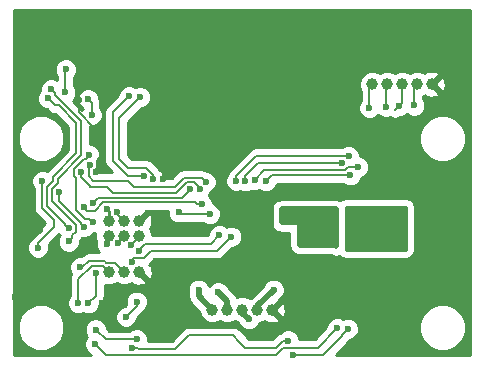
<source format=gbl>
G04 #@! TF.FileFunction,Copper,L2,Bot,Signal*
%FSLAX45Y45*%
G04 Gerber Fmt 4.5, Leading zero omitted, Abs format (unit mm)*
G04 Created by KiCad (PCBNEW 4.0.7-e2-6376~61~ubuntu18.04.1) date Fri May  3 18:21:01 2019*
%MOMM*%
%LPD*%
G01*
G04 APERTURE LIST*
%ADD10C,0.100000*%
%ADD11C,1.000000*%
%ADD12C,0.600000*%
%ADD13C,0.500000*%
%ADD14C,0.200000*%
%ADD15C,0.250000*%
%ADD16C,0.254000*%
G04 APERTURE END LIST*
D10*
D11*
X13876000Y-9230000D03*
X14003000Y-9230000D03*
X14130000Y-9230000D03*
X13873000Y-8923500D03*
X14000000Y-8923500D03*
X14127000Y-8923500D03*
X13873000Y-8796500D03*
X14000000Y-8796500D03*
X14127000Y-8796500D03*
X16611000Y-7640000D03*
X16357000Y-7640000D03*
X16230000Y-7640000D03*
X16103000Y-7640000D03*
X16484000Y-7640000D03*
X14749000Y-9550000D03*
X15003000Y-9550000D03*
X15130000Y-9550000D03*
X15257000Y-9550000D03*
X14876000Y-9550000D03*
D12*
X15220000Y-9740000D03*
X13813838Y-9495155D03*
X14403849Y-9509139D03*
X14630000Y-9210000D03*
X14420000Y-9620000D03*
X16440000Y-8490000D03*
X15590244Y-8151366D03*
X15840000Y-9140000D03*
X15840000Y-9220000D03*
X15520000Y-9500000D03*
X15510000Y-9590000D03*
X16130000Y-9320000D03*
X16220000Y-9230000D03*
X16310000Y-9670000D03*
X15860000Y-9450000D03*
X15950000Y-9450000D03*
X16040000Y-9450000D03*
X16130000Y-9410000D03*
X16220000Y-9410000D03*
X16220000Y-9320000D03*
X16310000Y-9320000D03*
X16310000Y-9410000D03*
X16310000Y-9500000D03*
X16890000Y-7810000D03*
X16587434Y-7795811D03*
X14330000Y-8440000D03*
X13170000Y-8490000D03*
X13290000Y-8870000D03*
X13763397Y-8386037D03*
X16260000Y-7200000D03*
X16130000Y-7200000D03*
X14080000Y-8260000D03*
X14108738Y-8104999D03*
X14620000Y-8850000D03*
X15799999Y-7550000D03*
X13960000Y-7550000D03*
X13080000Y-9440000D03*
X13090000Y-8510000D03*
X13620004Y-7776900D03*
X16310000Y-9230000D03*
X16310000Y-9591250D03*
X16120000Y-9250000D03*
X15610000Y-9230000D03*
X15460000Y-9230000D03*
X15380000Y-9200000D03*
X14990000Y-9210000D03*
X15830000Y-7270000D03*
X15510000Y-9670000D03*
X14635000Y-9380000D03*
X13860000Y-8700005D03*
X15270000Y-9380000D03*
X15400000Y-8770000D03*
X15470000Y-8750000D03*
X15560000Y-8850000D03*
X15650000Y-8850000D03*
X15560000Y-8750000D03*
X15650000Y-8750000D03*
X15740000Y-8750000D03*
X15740000Y-8850000D03*
X15060000Y-9630000D03*
X16240000Y-8840000D03*
X16140000Y-8840000D03*
X16040000Y-8840000D03*
X16040000Y-8730000D03*
X16140000Y-8730000D03*
X16240000Y-8730000D03*
X15940000Y-8840000D03*
X15940000Y-8730000D03*
X16340000Y-8730000D03*
X16340000Y-8840000D03*
X16340000Y-8960000D03*
X16235000Y-8985000D03*
X16080000Y-7840000D03*
X15904261Y-8251659D03*
X14950000Y-8460000D03*
X16220000Y-7833430D03*
X15847905Y-8308440D03*
X15029982Y-8461737D03*
X16460000Y-7820000D03*
X15920000Y-8410000D03*
X15205142Y-8461693D03*
X16327872Y-7827274D03*
X15987192Y-8341031D03*
X15109999Y-8452000D03*
X14249999Y-8440000D03*
X14140000Y-7750000D03*
X13856725Y-8993023D03*
X13949447Y-8987966D03*
X14061714Y-9002186D03*
X13940000Y-8720000D03*
X14800000Y-9400000D03*
X14020000Y-9610000D03*
X14110000Y-9480000D03*
X13763202Y-9716847D03*
X14110000Y-9800000D03*
X13765001Y-9235222D03*
X13700178Y-9494822D03*
X14126941Y-9049235D03*
X14810000Y-8919999D03*
X14069829Y-9144997D03*
X14910000Y-8930000D03*
X13730001Y-7900703D03*
X13710000Y-8240000D03*
X13740000Y-8810000D03*
X13699139Y-7765158D03*
X14172749Y-8419201D03*
X14044770Y-7740375D03*
X14465002Y-8724930D03*
X14730000Y-8740000D03*
X14659942Y-8654209D03*
X13660000Y-8680000D03*
X14562431Y-8530651D03*
X13736322Y-8642259D03*
X14642424Y-8529506D03*
X13642124Y-8386287D03*
X14693352Y-8467809D03*
X13711652Y-8321652D03*
X13309997Y-8460003D03*
X13275502Y-9023062D03*
X13384960Y-7683992D03*
X13534677Y-8971468D03*
X13360000Y-7760000D03*
X13534972Y-8860153D03*
X13509625Y-7515230D03*
X13504961Y-7709695D03*
X13666383Y-8849479D03*
X13451757Y-8548467D03*
X13614960Y-9494233D03*
X14071269Y-9870001D03*
X15392231Y-9809999D03*
X15430000Y-9930000D03*
X15900000Y-9710000D03*
X13760060Y-9841364D03*
X15810000Y-9707500D03*
X13630000Y-9190000D03*
D13*
X13215000Y-8945000D02*
X13180000Y-8980000D01*
X13290000Y-8870000D02*
X13215000Y-8945000D01*
D14*
X13620004Y-7876864D02*
X13750000Y-8006860D01*
X13620004Y-7776900D02*
X13620004Y-7876864D01*
X13750000Y-8006860D02*
X13750000Y-8010000D01*
X14330000Y-8440000D02*
X14330000Y-8397574D01*
X14330000Y-8397574D02*
X14347574Y-8380000D01*
D13*
X13793396Y-8286603D02*
X13820000Y-8260000D01*
X13763397Y-8386037D02*
X13793396Y-8356037D01*
X13793396Y-8356037D02*
X13793396Y-8286603D01*
X14635000Y-9380000D02*
X14635000Y-9436000D01*
X14635000Y-9436000D02*
X14749000Y-9550000D01*
D15*
X13873000Y-8796500D02*
X13873000Y-8713005D01*
X13873000Y-8713005D02*
X13860000Y-8700005D01*
D13*
X15270000Y-9380000D02*
X15130000Y-9520000D01*
X15130000Y-9520000D02*
X15130000Y-9550000D01*
X15490000Y-8810000D02*
X15490000Y-9000000D01*
X15340000Y-8810000D02*
X15460000Y-8810000D01*
X15460000Y-8810000D02*
X15490000Y-8810000D01*
X15340000Y-8700000D02*
X15340000Y-8810000D01*
X15800000Y-8700000D02*
X15340000Y-8700000D01*
X15800000Y-9010000D02*
X15800000Y-8700000D01*
D15*
X15480000Y-9010000D02*
X15800000Y-9010000D01*
X15800000Y-9010000D02*
X15800000Y-8860000D01*
X15800000Y-8860000D02*
X15780000Y-8880000D01*
X15780000Y-8880000D02*
X15770000Y-8880000D01*
X15770000Y-8880000D02*
X15740000Y-8850000D01*
D13*
X15003000Y-9550000D02*
X15003000Y-9573000D01*
X15003000Y-9573000D02*
X15060000Y-9630000D01*
D15*
X16230000Y-9040000D02*
X15880000Y-9040000D01*
X15880000Y-9040000D02*
X15880000Y-8680000D01*
X15880000Y-8680000D02*
X16390000Y-8680000D01*
X16390000Y-8680000D02*
X16390000Y-9040000D01*
X16390000Y-9040000D02*
X16230000Y-9040000D01*
X16205000Y-9015000D02*
X16205000Y-9015000D01*
X16230000Y-9040000D02*
X16205000Y-9015000D01*
X16205000Y-9015000D02*
X16235000Y-8985000D01*
D14*
X16080000Y-7840000D02*
X16080000Y-7663000D01*
X16080000Y-7663000D02*
X16103000Y-7640000D01*
X14950000Y-8460000D02*
X14950000Y-8417574D01*
X14950000Y-8417574D02*
X15119133Y-8248440D01*
X15119133Y-8248440D02*
X15901043Y-8248440D01*
X15901043Y-8248440D02*
X15904261Y-8251659D01*
X16220000Y-7833430D02*
X16220000Y-7650000D01*
X16220000Y-7650000D02*
X16230000Y-7640000D01*
X15029982Y-8461737D02*
X15029982Y-8419310D01*
X15140852Y-8308440D02*
X15805479Y-8308440D01*
X15029982Y-8419310D02*
X15140852Y-8308440D01*
X15805479Y-8308440D02*
X15847905Y-8308440D01*
X16460000Y-7820000D02*
X16460000Y-7664000D01*
X16460000Y-7664000D02*
X16484000Y-7640000D01*
X15920000Y-8410000D02*
X15877573Y-8410000D01*
X15256835Y-8410000D02*
X15205142Y-8461693D01*
X15877573Y-8410000D02*
X15256835Y-8410000D01*
X16357000Y-7798146D02*
X16327872Y-7827274D01*
X16357000Y-7640000D02*
X16357000Y-7798146D01*
X16300000Y-7860000D02*
X16357000Y-7803000D01*
X16357000Y-7803000D02*
X16357000Y-7640000D01*
X15192000Y-8369999D02*
X15871201Y-8369999D01*
X15944765Y-8341031D02*
X15987192Y-8341031D01*
X15109999Y-8452000D02*
X15192000Y-8369999D01*
X15871201Y-8369999D02*
X15900169Y-8341031D01*
X15900169Y-8341031D02*
X15944765Y-8341031D01*
X14249999Y-8440000D02*
X14249999Y-8407574D01*
X14249999Y-8407574D02*
X14192425Y-8350000D01*
X14192425Y-8350000D02*
X14040000Y-8350000D01*
X14040000Y-8350000D02*
X13960000Y-8270000D01*
X13960000Y-8270000D02*
X13960000Y-7930000D01*
X13960000Y-7930000D02*
X14140000Y-7750000D01*
X13856725Y-8939775D02*
X13856725Y-8950597D01*
X13856725Y-8950597D02*
X13856725Y-8993023D01*
X13873000Y-8923500D02*
X13856725Y-8939775D01*
X13949447Y-8987966D02*
X13949447Y-8974053D01*
X13949447Y-8974053D02*
X14000000Y-8923500D01*
X14127000Y-8923500D02*
X14127000Y-8936900D01*
X14127000Y-8936900D02*
X14061714Y-9002186D01*
X13940000Y-8720000D02*
X13940000Y-8736500D01*
X13940000Y-8736500D02*
X14000000Y-8796500D01*
D13*
X14800000Y-9400000D02*
X14876000Y-9476000D01*
X14876000Y-9476000D02*
X14876000Y-9550000D01*
D14*
X14110000Y-9480000D02*
X14110000Y-9520000D01*
X14110000Y-9520000D02*
X14020000Y-9610000D01*
X13860000Y-9800000D02*
X13846355Y-9800000D01*
X13846355Y-9800000D02*
X13763202Y-9716847D01*
X14110000Y-9800000D02*
X13860000Y-9800000D01*
X13765001Y-9277648D02*
X13765001Y-9235222D01*
X13765001Y-9429999D02*
X13765001Y-9277648D01*
X13700178Y-9494822D02*
X13765001Y-9429999D01*
X14126941Y-9049235D02*
X14156941Y-9019235D01*
X14156941Y-9019235D02*
X14156941Y-9015660D01*
X14156941Y-9015660D02*
X14182600Y-8990000D01*
X14182600Y-8990000D02*
X14739999Y-8990000D01*
X14739999Y-8990000D02*
X14810000Y-8919999D01*
X14069829Y-9144997D02*
X14069829Y-9122380D01*
X14069829Y-9122380D02*
X14082973Y-9109235D01*
X14082973Y-9109235D02*
X14170765Y-9109235D01*
X14170765Y-9109235D02*
X14230000Y-9050000D01*
X14230000Y-9050000D02*
X14790000Y-9050000D01*
X14790000Y-9050000D02*
X14910000Y-8930000D01*
X13730001Y-7796020D02*
X13730001Y-7858277D01*
X13699139Y-7765158D02*
X13730001Y-7796020D01*
X13730001Y-7858277D02*
X13730001Y-7900703D01*
X13680000Y-8270000D02*
X13710000Y-8240000D01*
X13600000Y-8433946D02*
X13580661Y-8414607D01*
X13666570Y-8270000D02*
X13680000Y-8270000D01*
X13580661Y-8355909D02*
X13666570Y-8270000D01*
X13600000Y-8707093D02*
X13600000Y-8433946D01*
X13672907Y-8780000D02*
X13600000Y-8707093D01*
X13740000Y-8810000D02*
X13710000Y-8780000D01*
X13710000Y-8780000D02*
X13672907Y-8780000D01*
X13580661Y-8414607D02*
X13580661Y-8355909D01*
X13910000Y-7880000D02*
X13910000Y-8290000D01*
X14044770Y-7740375D02*
X13910000Y-7875146D01*
X13910000Y-7875146D02*
X13910000Y-7880000D01*
X14049201Y-8419201D02*
X14039201Y-8419201D01*
X14039201Y-8419201D02*
X13910000Y-8290000D01*
X14130322Y-8419201D02*
X14172749Y-8419201D01*
X14049201Y-8419201D02*
X14130322Y-8419201D01*
X14014770Y-7770375D02*
X14044770Y-7740375D01*
X14480073Y-8740000D02*
X14465002Y-8724930D01*
X14730000Y-8740000D02*
X14480073Y-8740000D01*
X14617515Y-8654209D02*
X14659942Y-8654209D01*
X13826276Y-8640004D02*
X14603310Y-8640004D01*
X13756280Y-8710000D02*
X13826276Y-8640004D01*
X13660000Y-8680000D02*
X13690000Y-8710000D01*
X13690000Y-8710000D02*
X13756280Y-8710000D01*
X14603310Y-8640004D02*
X14617515Y-8654209D01*
X14532431Y-8560651D02*
X14562431Y-8530651D01*
X14493082Y-8599999D02*
X14532431Y-8560651D01*
X13736322Y-8642259D02*
X13778582Y-8599999D01*
X13778582Y-8599999D02*
X14493082Y-8599999D01*
X14444283Y-8559998D02*
X14533631Y-8470651D01*
X13860000Y-8510000D02*
X13909998Y-8559998D01*
X14533631Y-8470651D02*
X14591231Y-8470651D01*
X13909998Y-8559998D02*
X14444283Y-8559998D01*
X14642424Y-8521844D02*
X14642424Y-8529506D01*
X14591231Y-8470651D02*
X14642424Y-8521844D01*
X13723411Y-8510000D02*
X13642124Y-8428713D01*
X13860000Y-8510000D02*
X13723411Y-8510000D01*
X13642124Y-8428713D02*
X13642124Y-8386287D01*
X13713430Y-8510000D02*
X13860000Y-8510000D01*
X14663352Y-8437809D02*
X14693352Y-8467809D01*
X14656192Y-8430650D02*
X14663352Y-8437809D01*
X13703396Y-8420257D02*
X13743140Y-8460000D01*
X14514557Y-8430650D02*
X14656192Y-8430650D01*
X14040000Y-8460000D02*
X14090000Y-8510000D01*
X13703396Y-8329908D02*
X13703396Y-8420257D01*
X14435206Y-8510000D02*
X14514557Y-8430650D01*
X13711652Y-8321652D02*
X13703396Y-8329908D01*
X13743140Y-8460000D02*
X14040000Y-8460000D01*
X14090000Y-8510000D02*
X14435206Y-8510000D01*
X13407292Y-8848846D02*
X13410000Y-8848846D01*
X13275502Y-9023062D02*
X13275502Y-8980636D01*
X13275502Y-8980636D02*
X13407292Y-8848846D01*
X13309997Y-8689997D02*
X13309997Y-8460003D01*
X13410000Y-8790000D02*
X13309997Y-8689997D01*
X13410000Y-8848846D02*
X13410000Y-8790000D01*
X13414960Y-7713992D02*
X13384960Y-7683992D01*
X13594972Y-8832613D02*
X13389999Y-8627640D01*
X13389999Y-8627640D02*
X13389999Y-8525372D01*
X13440001Y-8439999D02*
X13640000Y-8240000D01*
X13414960Y-7728390D02*
X13414960Y-7713992D01*
X13640000Y-7953430D02*
X13414960Y-7728390D01*
X13640000Y-8240000D02*
X13640000Y-7953430D01*
X13440001Y-8475369D02*
X13440001Y-8439999D01*
X13389999Y-8525372D02*
X13440001Y-8475369D01*
X13564677Y-8919248D02*
X13594972Y-8888954D01*
X13594972Y-8888954D02*
X13594972Y-8832613D01*
X13564677Y-8941468D02*
X13564677Y-8919248D01*
X13534677Y-8971468D02*
X13564677Y-8941468D01*
X13594972Y-8832613D02*
X13594972Y-8832613D01*
X13360000Y-7760000D02*
X13420000Y-7820000D01*
X13400000Y-8458800D02*
X13349998Y-8508803D01*
X13349998Y-8508803D02*
X13349998Y-8668686D01*
X13599999Y-7970001D02*
X13599999Y-8223431D01*
X13504972Y-8830154D02*
X13534972Y-8860153D01*
X13504972Y-8823660D02*
X13504972Y-8830154D01*
X13599999Y-8223431D02*
X13400000Y-8423430D01*
X13400000Y-8423430D02*
X13400000Y-8458800D01*
X13349998Y-8668686D02*
X13504972Y-8823660D01*
X13420000Y-7820000D02*
X13449998Y-7820000D01*
X13449998Y-7820000D02*
X13599999Y-7970001D01*
X13504961Y-7709695D02*
X13504961Y-7519893D01*
X13504961Y-7519893D02*
X13509625Y-7515230D01*
X13636383Y-8817454D02*
X13451757Y-8632829D01*
X13666383Y-8849479D02*
X13636383Y-8819479D01*
X13636383Y-8819479D02*
X13636383Y-8817454D01*
X13451757Y-8632829D02*
X13451757Y-8590894D01*
X13451757Y-8590894D02*
X13451757Y-8548467D01*
X13876000Y-9230000D02*
X13821222Y-9175222D01*
X13614960Y-9451807D02*
X13614960Y-9494233D01*
X13731567Y-9175222D02*
X13614960Y-9291829D01*
X13614960Y-9291829D02*
X13614960Y-9451807D01*
X13821222Y-9175222D02*
X13731567Y-9175222D01*
X15392231Y-9809999D02*
X15349805Y-9809999D01*
X14113696Y-9870001D02*
X14071269Y-9870001D01*
X14127792Y-9884097D02*
X14113696Y-9870001D01*
X14435903Y-9884097D02*
X14127792Y-9884097D01*
X15030000Y-9870000D02*
X14980000Y-9820000D01*
X14926000Y-9765000D02*
X14555000Y-9765000D01*
X14555000Y-9765000D02*
X14435903Y-9884097D01*
X14980000Y-9820000D02*
X14980000Y-9819000D01*
X15289803Y-9870000D02*
X15030000Y-9870000D01*
X15349805Y-9809999D02*
X15289803Y-9870000D01*
X14980000Y-9819000D02*
X14926000Y-9765000D01*
X15430000Y-9930000D02*
X15688996Y-9930000D01*
X15688996Y-9930000D02*
X15850001Y-9768995D01*
X15850001Y-9759999D02*
X15900000Y-9710000D01*
X15850001Y-9768995D02*
X15850001Y-9759999D01*
X15350000Y-9870000D02*
X15647500Y-9870000D01*
X15647500Y-9870000D02*
X15810000Y-9707500D01*
X14100070Y-9930000D02*
X15290000Y-9930000D01*
X15290000Y-9930000D02*
X15350000Y-9870000D01*
X14100069Y-9930001D02*
X14100070Y-9930000D01*
X13848697Y-9930001D02*
X14100069Y-9930001D01*
X13760060Y-9841364D02*
X13848697Y-9930001D01*
X13650000Y-9190000D02*
X13630000Y-9190000D01*
X14003000Y-9230000D02*
X13923000Y-9150000D01*
X13923000Y-9150000D02*
X13852570Y-9150000D01*
X13852570Y-9150000D02*
X13837589Y-9135019D01*
X13837589Y-9135019D02*
X13704981Y-9135019D01*
X13704981Y-9135019D02*
X13650000Y-9190000D01*
D15*
X14003000Y-9230000D02*
X14008431Y-9230000D01*
D16*
G36*
X16929000Y-9929000D02*
X15793941Y-9929000D01*
X15901973Y-9820968D01*
X15913637Y-9803512D01*
X15918517Y-9803516D01*
X15952894Y-9789312D01*
X15979219Y-9763033D01*
X15989069Y-9739311D01*
X16501466Y-9739311D01*
X16531622Y-9812294D01*
X16587412Y-9868182D01*
X16660343Y-9898465D01*
X16739311Y-9898534D01*
X16812294Y-9868378D01*
X16868182Y-9812588D01*
X16898465Y-9739657D01*
X16898534Y-9660689D01*
X16868378Y-9587706D01*
X16812588Y-9531818D01*
X16739657Y-9501535D01*
X16660689Y-9501466D01*
X16587706Y-9531622D01*
X16531818Y-9587412D01*
X16501535Y-9660343D01*
X16501466Y-9739311D01*
X15989069Y-9739311D01*
X15993484Y-9728680D01*
X15993516Y-9691483D01*
X15979312Y-9657106D01*
X15953033Y-9630781D01*
X15918680Y-9616516D01*
X15881483Y-9616484D01*
X15857995Y-9626189D01*
X15828680Y-9614016D01*
X15791483Y-9613984D01*
X15757106Y-9628188D01*
X15730781Y-9654467D01*
X15716516Y-9688820D01*
X15716509Y-9697046D01*
X15617056Y-9796500D01*
X15485743Y-9796500D01*
X15485747Y-9791482D01*
X15471543Y-9757105D01*
X15445264Y-9730780D01*
X15410911Y-9716515D01*
X15373714Y-9716483D01*
X15339337Y-9730687D01*
X15329461Y-9740545D01*
X15321677Y-9742094D01*
X15297832Y-9758027D01*
X15259359Y-9796500D01*
X15060445Y-9796500D01*
X15033987Y-9770042D01*
X15031972Y-9767028D01*
X14977972Y-9713028D01*
X14954127Y-9697095D01*
X14926000Y-9691500D01*
X14555000Y-9691500D01*
X14526873Y-9697095D01*
X14503028Y-9713028D01*
X14405459Y-9810597D01*
X14203491Y-9810597D01*
X14203516Y-9781483D01*
X14189312Y-9747106D01*
X14163033Y-9720781D01*
X14128680Y-9706516D01*
X14091483Y-9706484D01*
X14057106Y-9720688D01*
X14051284Y-9726500D01*
X13876799Y-9726500D01*
X13856711Y-9706411D01*
X13856718Y-9698330D01*
X13842513Y-9663953D01*
X13816234Y-9637628D01*
X13794293Y-9628517D01*
X13926484Y-9628517D01*
X13940688Y-9662894D01*
X13966967Y-9689219D01*
X14001320Y-9703484D01*
X14038517Y-9703516D01*
X14072894Y-9689312D01*
X14099219Y-9663033D01*
X14113484Y-9628680D01*
X14113491Y-9620454D01*
X14161972Y-9571972D01*
X14177905Y-9548127D01*
X14178287Y-9546206D01*
X14178848Y-9543386D01*
X14189219Y-9533033D01*
X14203484Y-9498680D01*
X14203516Y-9461483D01*
X14189312Y-9427106D01*
X14163033Y-9400781D01*
X14157580Y-9398517D01*
X14541484Y-9398517D01*
X14546500Y-9410657D01*
X14546500Y-9436000D01*
X14546500Y-9436000D01*
X14551787Y-9462579D01*
X14553237Y-9469868D01*
X14569911Y-9494822D01*
X14572421Y-9498579D01*
X14635490Y-9561648D01*
X14635480Y-9572478D01*
X14652723Y-9614209D01*
X14684623Y-9646165D01*
X14726324Y-9663480D01*
X14771477Y-9663520D01*
X14812549Y-9646549D01*
X14853324Y-9663480D01*
X14898477Y-9663520D01*
X14939549Y-9646549D01*
X14959800Y-9654958D01*
X14975725Y-9670884D01*
X14980688Y-9682894D01*
X15006967Y-9709219D01*
X15041320Y-9723484D01*
X15078517Y-9723516D01*
X15112894Y-9709312D01*
X15139219Y-9683033D01*
X15147324Y-9663515D01*
X15152477Y-9663520D01*
X15194209Y-9646277D01*
X15198237Y-9642255D01*
X15199665Y-9650522D01*
X15242497Y-9664811D01*
X15287537Y-9661622D01*
X15314335Y-9650522D01*
X15318050Y-9629010D01*
X15257000Y-9567961D01*
X15255586Y-9569375D01*
X15243494Y-9557283D01*
X15243500Y-9550000D01*
X15274960Y-9550000D01*
X15336010Y-9611050D01*
X15357522Y-9607335D01*
X15371811Y-9564503D01*
X15368622Y-9519463D01*
X15357522Y-9492665D01*
X15336010Y-9488950D01*
X15274960Y-9550000D01*
X15243500Y-9550000D01*
X15243506Y-9542705D01*
X15255586Y-9530625D01*
X15257000Y-9532040D01*
X15318050Y-9470990D01*
X15316490Y-9461958D01*
X15322894Y-9459312D01*
X15349219Y-9433033D01*
X15363484Y-9398680D01*
X15363516Y-9361483D01*
X15349312Y-9327106D01*
X15323033Y-9300781D01*
X15288680Y-9286516D01*
X15251483Y-9286484D01*
X15217106Y-9300688D01*
X15190781Y-9326967D01*
X15185743Y-9339099D01*
X15074870Y-9449972D01*
X15066450Y-9453451D01*
X15025676Y-9436520D01*
X14980522Y-9436480D01*
X14958453Y-9445599D01*
X14957763Y-9442133D01*
X14938579Y-9413421D01*
X14938579Y-9413421D01*
X14884274Y-9359117D01*
X14879312Y-9347106D01*
X14853033Y-9320781D01*
X14818680Y-9306516D01*
X14781483Y-9306484D01*
X14747106Y-9320688D01*
X14722011Y-9345739D01*
X14714312Y-9327106D01*
X14688033Y-9300781D01*
X14653680Y-9286516D01*
X14616483Y-9286484D01*
X14582106Y-9300688D01*
X14555781Y-9326967D01*
X14541516Y-9361320D01*
X14541484Y-9398517D01*
X14157580Y-9398517D01*
X14128680Y-9386516D01*
X14091483Y-9386484D01*
X14057106Y-9400688D01*
X14030781Y-9426967D01*
X14016516Y-9461320D01*
X14016484Y-9498517D01*
X14019716Y-9506339D01*
X14009564Y-9516491D01*
X14001483Y-9516484D01*
X13967106Y-9530688D01*
X13940781Y-9556967D01*
X13926516Y-9591320D01*
X13926484Y-9628517D01*
X13794293Y-9628517D01*
X13781881Y-9623363D01*
X13744685Y-9623331D01*
X13710307Y-9637535D01*
X13683982Y-9663814D01*
X13669718Y-9698167D01*
X13669685Y-9735364D01*
X13683890Y-9769741D01*
X13691663Y-9777528D01*
X13680841Y-9788332D01*
X13666576Y-9822684D01*
X13666544Y-9859881D01*
X13680748Y-9894259D01*
X13707027Y-9920584D01*
X13727296Y-9929000D01*
X13071000Y-9929000D01*
X13071000Y-9739311D01*
X13101466Y-9739311D01*
X13131622Y-9812294D01*
X13187412Y-9868182D01*
X13260343Y-9898465D01*
X13339311Y-9898534D01*
X13412294Y-9868378D01*
X13468182Y-9812588D01*
X13498465Y-9739657D01*
X13498534Y-9660689D01*
X13468378Y-9587706D01*
X13412588Y-9531818D01*
X13339657Y-9501535D01*
X13260689Y-9501466D01*
X13187706Y-9531622D01*
X13131818Y-9587412D01*
X13101535Y-9660343D01*
X13101466Y-9739311D01*
X13071000Y-9739311D01*
X13071000Y-9041579D01*
X13181986Y-9041579D01*
X13196190Y-9075957D01*
X13222469Y-9102281D01*
X13256822Y-9116546D01*
X13294019Y-9116578D01*
X13328396Y-9102374D01*
X13354721Y-9076095D01*
X13368986Y-9041742D01*
X13369018Y-9004546D01*
X13365076Y-8995006D01*
X13453138Y-8906944D01*
X13455660Y-8913048D01*
X13458253Y-8915645D01*
X13455458Y-8918435D01*
X13441194Y-8952788D01*
X13441161Y-8989984D01*
X13455366Y-9024362D01*
X13481645Y-9050687D01*
X13515998Y-9064952D01*
X13553194Y-9064984D01*
X13587572Y-9050779D01*
X13613897Y-9024500D01*
X13628161Y-8990148D01*
X13628173Y-8976194D01*
X13632582Y-8969595D01*
X13636135Y-8951735D01*
X13645727Y-8942143D01*
X13647703Y-8942963D01*
X13684899Y-8942995D01*
X13719277Y-8928791D01*
X13744608Y-8903504D01*
X13758517Y-8903516D01*
X13759518Y-8903103D01*
X13759480Y-8945978D01*
X13767231Y-8964735D01*
X13763241Y-8974343D01*
X13763208Y-9011540D01*
X13777413Y-9045917D01*
X13792988Y-9061519D01*
X13704981Y-9061519D01*
X13676854Y-9067114D01*
X13653008Y-9083047D01*
X13639547Y-9096508D01*
X13611483Y-9096484D01*
X13577106Y-9110688D01*
X13550781Y-9136967D01*
X13536516Y-9171320D01*
X13536484Y-9208517D01*
X13550688Y-9242894D01*
X13556840Y-9249057D01*
X13547055Y-9263702D01*
X13541460Y-9291829D01*
X13541460Y-9435492D01*
X13535741Y-9441201D01*
X13521477Y-9475554D01*
X13521444Y-9512750D01*
X13535649Y-9547128D01*
X13561928Y-9573453D01*
X13596280Y-9587717D01*
X13633477Y-9587750D01*
X13656876Y-9578082D01*
X13681498Y-9588306D01*
X13718695Y-9588338D01*
X13753073Y-9574134D01*
X13779397Y-9547855D01*
X13793662Y-9513502D01*
X13793669Y-9505276D01*
X13816973Y-9481972D01*
X13832906Y-9458127D01*
X13834626Y-9449478D01*
X13838501Y-9429999D01*
X13838501Y-9337325D01*
X13853324Y-9343480D01*
X13898477Y-9343520D01*
X13939549Y-9326549D01*
X13980324Y-9343480D01*
X14025477Y-9343520D01*
X14067209Y-9326277D01*
X14071237Y-9322255D01*
X14072665Y-9330522D01*
X14115497Y-9344811D01*
X14160537Y-9341622D01*
X14187335Y-9330522D01*
X14191050Y-9309010D01*
X14130000Y-9247961D01*
X14128586Y-9249375D01*
X14116494Y-9237283D01*
X14116503Y-9226879D01*
X14122723Y-9224309D01*
X14133920Y-9213131D01*
X14149375Y-9228586D01*
X14147960Y-9230000D01*
X14209010Y-9291050D01*
X14230522Y-9287335D01*
X14244811Y-9244503D01*
X14241622Y-9199463D01*
X14230522Y-9172665D01*
X14210710Y-9169244D01*
X14219835Y-9163146D01*
X14222737Y-9161208D01*
X14260445Y-9123500D01*
X14790000Y-9123500D01*
X14818127Y-9117905D01*
X14841972Y-9101972D01*
X14920435Y-9023509D01*
X14928517Y-9023516D01*
X14962894Y-9009312D01*
X14989219Y-8983033D01*
X15003484Y-8948680D01*
X15003516Y-8911483D01*
X14989312Y-8877106D01*
X14963033Y-8850781D01*
X14928680Y-8836516D01*
X14891483Y-8836484D01*
X14868305Y-8846061D01*
X14863033Y-8840780D01*
X14828680Y-8826515D01*
X14791483Y-8826483D01*
X14757106Y-8840687D01*
X14730781Y-8866966D01*
X14716516Y-8901319D01*
X14716509Y-8909545D01*
X14709554Y-8916500D01*
X14240506Y-8916500D01*
X14240520Y-8901023D01*
X14223277Y-8859291D01*
X14219255Y-8855263D01*
X14227522Y-8853835D01*
X14241811Y-8811003D01*
X14238622Y-8765963D01*
X14227522Y-8739165D01*
X14206010Y-8735450D01*
X14144960Y-8796500D01*
X14146375Y-8797914D01*
X14134283Y-8810006D01*
X14119704Y-8809994D01*
X14113494Y-8803783D01*
X14113506Y-8789205D01*
X14125586Y-8777125D01*
X14127000Y-8778540D01*
X14188050Y-8717490D01*
X14187362Y-8713504D01*
X14371512Y-8713504D01*
X14371486Y-8743446D01*
X14385690Y-8777824D01*
X14411969Y-8804149D01*
X14446322Y-8818413D01*
X14483519Y-8818446D01*
X14495489Y-8813500D01*
X14671258Y-8813500D01*
X14676967Y-8819219D01*
X14711320Y-8833484D01*
X14748517Y-8833516D01*
X14782894Y-8819312D01*
X14809219Y-8793033D01*
X14823484Y-8758680D01*
X14823516Y-8721483D01*
X14814640Y-8700000D01*
X15251500Y-8700000D01*
X15251500Y-8810000D01*
X15258237Y-8843868D01*
X15259451Y-8845686D01*
X15260843Y-8853080D01*
X15274483Y-8874277D01*
X15295295Y-8888497D01*
X15303831Y-8890226D01*
X15306132Y-8891763D01*
X15340000Y-8898500D01*
X15401500Y-8898500D01*
X15401500Y-9000000D01*
X15408237Y-9033868D01*
X15408964Y-9034956D01*
X15409785Y-9039084D01*
X15426260Y-9063740D01*
X15450916Y-9080215D01*
X15455044Y-9081036D01*
X15456132Y-9081763D01*
X15490000Y-9088500D01*
X15502568Y-9086000D01*
X15757507Y-9086000D01*
X15766132Y-9091763D01*
X15800000Y-9098500D01*
X15824114Y-9093703D01*
X15824483Y-9094277D01*
X15845295Y-9108497D01*
X15849672Y-9109384D01*
X15850916Y-9110215D01*
X15880000Y-9116000D01*
X16390000Y-9116000D01*
X16419084Y-9110215D01*
X16419721Y-9109789D01*
X16423079Y-9109157D01*
X16444277Y-9095517D01*
X16458497Y-9074705D01*
X16459383Y-9070328D01*
X16460215Y-9069084D01*
X16466000Y-9040000D01*
X16466000Y-8680000D01*
X16460215Y-8650916D01*
X16459789Y-8650279D01*
X16459157Y-8646921D01*
X16445517Y-8625723D01*
X16424705Y-8611503D01*
X16420328Y-8610617D01*
X16419084Y-8609785D01*
X16390000Y-8604000D01*
X15880000Y-8604000D01*
X15850916Y-8609785D01*
X15850279Y-8610211D01*
X15846920Y-8610843D01*
X15834634Y-8618749D01*
X15833867Y-8618237D01*
X15800000Y-8611500D01*
X15340000Y-8611500D01*
X15306132Y-8618237D01*
X15304314Y-8619451D01*
X15296920Y-8620843D01*
X15275723Y-8634483D01*
X15261503Y-8655295D01*
X15259774Y-8663831D01*
X15258237Y-8666133D01*
X15251500Y-8700000D01*
X14814640Y-8700000D01*
X14809312Y-8687106D01*
X14783033Y-8660781D01*
X14753447Y-8648496D01*
X14753458Y-8635693D01*
X14739253Y-8601315D01*
X14721075Y-8583105D01*
X14721643Y-8582539D01*
X14734300Y-8552057D01*
X14746246Y-8547121D01*
X14772571Y-8520842D01*
X14786836Y-8486489D01*
X14786843Y-8478517D01*
X14856484Y-8478517D01*
X14870688Y-8512894D01*
X14896967Y-8539219D01*
X14931320Y-8553484D01*
X14968517Y-8553516D01*
X14987905Y-8545505D01*
X15011302Y-8555220D01*
X15048499Y-8555253D01*
X15081754Y-8541512D01*
X15091319Y-8545484D01*
X15128515Y-8545516D01*
X15148474Y-8537270D01*
X15152110Y-8540912D01*
X15186462Y-8555176D01*
X15223659Y-8555209D01*
X15258037Y-8541004D01*
X15284362Y-8514725D01*
X15297327Y-8483500D01*
X15861258Y-8483500D01*
X15866967Y-8489219D01*
X15901320Y-8503484D01*
X15938517Y-8503516D01*
X15972894Y-8489312D01*
X15999219Y-8463033D01*
X16012153Y-8431884D01*
X16040086Y-8420343D01*
X16066411Y-8394064D01*
X16080675Y-8359711D01*
X16080708Y-8322514D01*
X16066503Y-8288136D01*
X16040224Y-8261812D01*
X16005871Y-8247547D01*
X15997765Y-8247540D01*
X15997777Y-8233142D01*
X15983573Y-8198764D01*
X15957294Y-8172439D01*
X15922941Y-8158175D01*
X15885744Y-8158142D01*
X15851367Y-8172347D01*
X15848769Y-8174940D01*
X15119133Y-8174940D01*
X15091006Y-8180535D01*
X15067161Y-8196468D01*
X14898028Y-8365601D01*
X14882095Y-8389446D01*
X14880549Y-8397216D01*
X14870781Y-8406967D01*
X14856516Y-8441320D01*
X14856484Y-8478517D01*
X14786843Y-8478517D01*
X14786868Y-8449293D01*
X14772664Y-8414915D01*
X14746385Y-8388590D01*
X14712032Y-8374325D01*
X14701638Y-8374316D01*
X14684319Y-8362744D01*
X14683765Y-8362634D01*
X14656192Y-8357149D01*
X14514557Y-8357149D01*
X14486429Y-8362744D01*
X14462584Y-8378677D01*
X14404762Y-8436500D01*
X14343502Y-8436500D01*
X14343515Y-8421483D01*
X14329310Y-8387106D01*
X14310291Y-8368053D01*
X14301971Y-8355601D01*
X14244397Y-8298028D01*
X14220552Y-8282095D01*
X14192425Y-8276500D01*
X14070445Y-8276500D01*
X14033500Y-8239555D01*
X14033500Y-8139311D01*
X16501466Y-8139311D01*
X16531622Y-8212294D01*
X16587412Y-8268182D01*
X16660343Y-8298465D01*
X16739311Y-8298534D01*
X16812294Y-8268378D01*
X16868182Y-8212588D01*
X16898465Y-8139657D01*
X16898534Y-8060689D01*
X16868378Y-7987706D01*
X16812588Y-7931818D01*
X16739657Y-7901535D01*
X16660689Y-7901466D01*
X16587706Y-7931622D01*
X16531818Y-7987412D01*
X16501535Y-8060343D01*
X16501466Y-8139311D01*
X14033500Y-8139311D01*
X14033500Y-7960445D01*
X14135428Y-7858517D01*
X15986484Y-7858517D01*
X16000688Y-7892894D01*
X16026967Y-7919219D01*
X16061320Y-7933484D01*
X16098517Y-7933516D01*
X16132894Y-7919312D01*
X16153292Y-7898950D01*
X16166967Y-7912649D01*
X16201320Y-7926914D01*
X16238517Y-7926946D01*
X16258241Y-7918796D01*
X16271873Y-7927905D01*
X16300000Y-7933500D01*
X16328127Y-7927905D01*
X16338786Y-7920783D01*
X16346388Y-7920790D01*
X16380766Y-7906585D01*
X16397573Y-7889808D01*
X16406967Y-7899219D01*
X16441320Y-7913484D01*
X16478517Y-7913516D01*
X16512894Y-7899312D01*
X16539219Y-7873033D01*
X16553484Y-7838680D01*
X16553516Y-7801483D01*
X16539312Y-7767106D01*
X16533500Y-7761284D01*
X16533500Y-7742354D01*
X16548209Y-7736277D01*
X16552237Y-7732255D01*
X16553665Y-7740522D01*
X16596497Y-7754811D01*
X16641537Y-7751622D01*
X16668335Y-7740522D01*
X16672050Y-7719010D01*
X16611000Y-7657960D01*
X16609586Y-7659375D01*
X16597494Y-7647283D01*
X16597500Y-7640000D01*
X16628960Y-7640000D01*
X16690010Y-7701050D01*
X16711522Y-7697335D01*
X16725811Y-7654503D01*
X16722622Y-7609462D01*
X16711522Y-7582665D01*
X16690010Y-7578950D01*
X16628960Y-7640000D01*
X16597500Y-7640000D01*
X16597506Y-7632704D01*
X16609586Y-7620625D01*
X16611000Y-7622039D01*
X16672050Y-7560990D01*
X16668335Y-7539478D01*
X16625503Y-7525189D01*
X16580462Y-7528378D01*
X16553665Y-7539478D01*
X16552243Y-7547709D01*
X16548376Y-7543835D01*
X16506676Y-7526520D01*
X16461522Y-7526480D01*
X16420450Y-7543451D01*
X16379676Y-7526520D01*
X16334522Y-7526480D01*
X16293450Y-7543451D01*
X16252676Y-7526520D01*
X16207522Y-7526480D01*
X16166450Y-7543451D01*
X16125676Y-7526520D01*
X16080522Y-7526480D01*
X16038791Y-7543723D01*
X16006835Y-7575623D01*
X15989520Y-7617324D01*
X15989480Y-7662477D01*
X16006500Y-7703668D01*
X16006500Y-7781258D01*
X16000781Y-7786967D01*
X15986516Y-7821320D01*
X15986484Y-7858517D01*
X14135428Y-7858517D01*
X14150435Y-7843509D01*
X14158517Y-7843516D01*
X14192894Y-7829312D01*
X14219219Y-7803033D01*
X14233484Y-7768680D01*
X14233516Y-7731483D01*
X14219312Y-7697106D01*
X14193033Y-7670781D01*
X14158680Y-7656516D01*
X14121483Y-7656484D01*
X14101416Y-7664775D01*
X14097803Y-7661156D01*
X14063450Y-7646891D01*
X14026254Y-7646859D01*
X13991876Y-7661064D01*
X13965551Y-7687343D01*
X13951287Y-7721695D01*
X13951279Y-7729922D01*
X13858028Y-7823173D01*
X13842095Y-7847018D01*
X13836500Y-7875146D01*
X13836500Y-8290000D01*
X13842075Y-8318026D01*
X13842095Y-8318127D01*
X13858028Y-8341972D01*
X13902555Y-8386500D01*
X13779035Y-8386500D01*
X13790871Y-8374685D01*
X13805136Y-8340332D01*
X13805168Y-8303135D01*
X13795121Y-8278819D01*
X13803484Y-8258680D01*
X13803516Y-8221483D01*
X13789312Y-8187106D01*
X13763033Y-8160781D01*
X13728680Y-8146516D01*
X13713500Y-8146503D01*
X13713500Y-7994189D01*
X13748518Y-7994219D01*
X13782895Y-7980015D01*
X13809220Y-7953736D01*
X13823485Y-7919383D01*
X13823517Y-7882186D01*
X13809313Y-7847809D01*
X13803501Y-7841987D01*
X13803501Y-7796020D01*
X13797906Y-7767893D01*
X13794454Y-7762727D01*
X13792644Y-7760017D01*
X13792655Y-7746642D01*
X13778451Y-7712264D01*
X13752172Y-7685939D01*
X13717819Y-7671675D01*
X13680622Y-7671642D01*
X13646245Y-7685847D01*
X13619920Y-7712126D01*
X13605655Y-7746479D01*
X13605623Y-7783675D01*
X13619827Y-7818053D01*
X13646106Y-7844378D01*
X13651738Y-7846716D01*
X13650782Y-7847670D01*
X13647086Y-7856571D01*
X13568698Y-7778183D01*
X13584180Y-7762727D01*
X13598445Y-7728374D01*
X13598477Y-7691178D01*
X13584273Y-7656800D01*
X13578461Y-7650978D01*
X13578461Y-7578627D01*
X13588844Y-7568262D01*
X13603108Y-7533909D01*
X13603141Y-7496713D01*
X13588936Y-7462335D01*
X13562657Y-7436010D01*
X13528305Y-7421746D01*
X13491108Y-7421713D01*
X13456730Y-7435918D01*
X13430405Y-7462197D01*
X13416141Y-7496550D01*
X13416108Y-7533746D01*
X13430313Y-7568124D01*
X13431461Y-7569274D01*
X13431461Y-7602061D01*
X13403640Y-7590508D01*
X13366443Y-7590476D01*
X13332066Y-7604680D01*
X13305741Y-7630959D01*
X13291476Y-7665312D01*
X13291449Y-7696317D01*
X13280781Y-7706967D01*
X13266516Y-7741320D01*
X13266484Y-7778517D01*
X13280688Y-7812894D01*
X13306967Y-7839219D01*
X13341320Y-7853484D01*
X13349546Y-7853491D01*
X13368028Y-7871972D01*
X13391873Y-7887905D01*
X13419442Y-7893389D01*
X13526499Y-8000446D01*
X13526499Y-8192986D01*
X13348028Y-8371457D01*
X13346408Y-8373882D01*
X13328676Y-8366520D01*
X13291480Y-8366487D01*
X13257102Y-8380692D01*
X13230777Y-8406971D01*
X13216513Y-8441324D01*
X13216480Y-8478520D01*
X13230685Y-8512898D01*
X13236497Y-8518720D01*
X13236497Y-8689997D01*
X13242091Y-8718124D01*
X13258024Y-8741969D01*
X13334124Y-8818069D01*
X13223530Y-8928664D01*
X13207597Y-8952509D01*
X13206051Y-8960278D01*
X13196283Y-8970030D01*
X13182018Y-9004382D01*
X13181986Y-9041579D01*
X13071000Y-9041579D01*
X13071000Y-8139311D01*
X13101466Y-8139311D01*
X13131622Y-8212294D01*
X13187412Y-8268182D01*
X13260343Y-8298465D01*
X13339311Y-8298534D01*
X13412294Y-8268378D01*
X13468182Y-8212588D01*
X13498465Y-8139657D01*
X13498534Y-8060689D01*
X13468378Y-7987706D01*
X13412588Y-7931818D01*
X13339657Y-7901535D01*
X13260689Y-7901466D01*
X13187706Y-7931622D01*
X13131818Y-7987412D01*
X13101535Y-8060343D01*
X13101466Y-8139311D01*
X13071000Y-8139311D01*
X13071000Y-7012700D01*
X16929000Y-7012700D01*
X16929000Y-9929000D01*
X16929000Y-9929000D01*
G37*
X16929000Y-9929000D02*
X15793941Y-9929000D01*
X15901973Y-9820968D01*
X15913637Y-9803512D01*
X15918517Y-9803516D01*
X15952894Y-9789312D01*
X15979219Y-9763033D01*
X15989069Y-9739311D01*
X16501466Y-9739311D01*
X16531622Y-9812294D01*
X16587412Y-9868182D01*
X16660343Y-9898465D01*
X16739311Y-9898534D01*
X16812294Y-9868378D01*
X16868182Y-9812588D01*
X16898465Y-9739657D01*
X16898534Y-9660689D01*
X16868378Y-9587706D01*
X16812588Y-9531818D01*
X16739657Y-9501535D01*
X16660689Y-9501466D01*
X16587706Y-9531622D01*
X16531818Y-9587412D01*
X16501535Y-9660343D01*
X16501466Y-9739311D01*
X15989069Y-9739311D01*
X15993484Y-9728680D01*
X15993516Y-9691483D01*
X15979312Y-9657106D01*
X15953033Y-9630781D01*
X15918680Y-9616516D01*
X15881483Y-9616484D01*
X15857995Y-9626189D01*
X15828680Y-9614016D01*
X15791483Y-9613984D01*
X15757106Y-9628188D01*
X15730781Y-9654467D01*
X15716516Y-9688820D01*
X15716509Y-9697046D01*
X15617056Y-9796500D01*
X15485743Y-9796500D01*
X15485747Y-9791482D01*
X15471543Y-9757105D01*
X15445264Y-9730780D01*
X15410911Y-9716515D01*
X15373714Y-9716483D01*
X15339337Y-9730687D01*
X15329461Y-9740545D01*
X15321677Y-9742094D01*
X15297832Y-9758027D01*
X15259359Y-9796500D01*
X15060445Y-9796500D01*
X15033987Y-9770042D01*
X15031972Y-9767028D01*
X14977972Y-9713028D01*
X14954127Y-9697095D01*
X14926000Y-9691500D01*
X14555000Y-9691500D01*
X14526873Y-9697095D01*
X14503028Y-9713028D01*
X14405459Y-9810597D01*
X14203491Y-9810597D01*
X14203516Y-9781483D01*
X14189312Y-9747106D01*
X14163033Y-9720781D01*
X14128680Y-9706516D01*
X14091483Y-9706484D01*
X14057106Y-9720688D01*
X14051284Y-9726500D01*
X13876799Y-9726500D01*
X13856711Y-9706411D01*
X13856718Y-9698330D01*
X13842513Y-9663953D01*
X13816234Y-9637628D01*
X13794293Y-9628517D01*
X13926484Y-9628517D01*
X13940688Y-9662894D01*
X13966967Y-9689219D01*
X14001320Y-9703484D01*
X14038517Y-9703516D01*
X14072894Y-9689312D01*
X14099219Y-9663033D01*
X14113484Y-9628680D01*
X14113491Y-9620454D01*
X14161972Y-9571972D01*
X14177905Y-9548127D01*
X14178287Y-9546206D01*
X14178848Y-9543386D01*
X14189219Y-9533033D01*
X14203484Y-9498680D01*
X14203516Y-9461483D01*
X14189312Y-9427106D01*
X14163033Y-9400781D01*
X14157580Y-9398517D01*
X14541484Y-9398517D01*
X14546500Y-9410657D01*
X14546500Y-9436000D01*
X14546500Y-9436000D01*
X14551787Y-9462579D01*
X14553237Y-9469868D01*
X14569911Y-9494822D01*
X14572421Y-9498579D01*
X14635490Y-9561648D01*
X14635480Y-9572478D01*
X14652723Y-9614209D01*
X14684623Y-9646165D01*
X14726324Y-9663480D01*
X14771477Y-9663520D01*
X14812549Y-9646549D01*
X14853324Y-9663480D01*
X14898477Y-9663520D01*
X14939549Y-9646549D01*
X14959800Y-9654958D01*
X14975725Y-9670884D01*
X14980688Y-9682894D01*
X15006967Y-9709219D01*
X15041320Y-9723484D01*
X15078517Y-9723516D01*
X15112894Y-9709312D01*
X15139219Y-9683033D01*
X15147324Y-9663515D01*
X15152477Y-9663520D01*
X15194209Y-9646277D01*
X15198237Y-9642255D01*
X15199665Y-9650522D01*
X15242497Y-9664811D01*
X15287537Y-9661622D01*
X15314335Y-9650522D01*
X15318050Y-9629010D01*
X15257000Y-9567961D01*
X15255586Y-9569375D01*
X15243494Y-9557283D01*
X15243500Y-9550000D01*
X15274960Y-9550000D01*
X15336010Y-9611050D01*
X15357522Y-9607335D01*
X15371811Y-9564503D01*
X15368622Y-9519463D01*
X15357522Y-9492665D01*
X15336010Y-9488950D01*
X15274960Y-9550000D01*
X15243500Y-9550000D01*
X15243506Y-9542705D01*
X15255586Y-9530625D01*
X15257000Y-9532040D01*
X15318050Y-9470990D01*
X15316490Y-9461958D01*
X15322894Y-9459312D01*
X15349219Y-9433033D01*
X15363484Y-9398680D01*
X15363516Y-9361483D01*
X15349312Y-9327106D01*
X15323033Y-9300781D01*
X15288680Y-9286516D01*
X15251483Y-9286484D01*
X15217106Y-9300688D01*
X15190781Y-9326967D01*
X15185743Y-9339099D01*
X15074870Y-9449972D01*
X15066450Y-9453451D01*
X15025676Y-9436520D01*
X14980522Y-9436480D01*
X14958453Y-9445599D01*
X14957763Y-9442133D01*
X14938579Y-9413421D01*
X14938579Y-9413421D01*
X14884274Y-9359117D01*
X14879312Y-9347106D01*
X14853033Y-9320781D01*
X14818680Y-9306516D01*
X14781483Y-9306484D01*
X14747106Y-9320688D01*
X14722011Y-9345739D01*
X14714312Y-9327106D01*
X14688033Y-9300781D01*
X14653680Y-9286516D01*
X14616483Y-9286484D01*
X14582106Y-9300688D01*
X14555781Y-9326967D01*
X14541516Y-9361320D01*
X14541484Y-9398517D01*
X14157580Y-9398517D01*
X14128680Y-9386516D01*
X14091483Y-9386484D01*
X14057106Y-9400688D01*
X14030781Y-9426967D01*
X14016516Y-9461320D01*
X14016484Y-9498517D01*
X14019716Y-9506339D01*
X14009564Y-9516491D01*
X14001483Y-9516484D01*
X13967106Y-9530688D01*
X13940781Y-9556967D01*
X13926516Y-9591320D01*
X13926484Y-9628517D01*
X13794293Y-9628517D01*
X13781881Y-9623363D01*
X13744685Y-9623331D01*
X13710307Y-9637535D01*
X13683982Y-9663814D01*
X13669718Y-9698167D01*
X13669685Y-9735364D01*
X13683890Y-9769741D01*
X13691663Y-9777528D01*
X13680841Y-9788332D01*
X13666576Y-9822684D01*
X13666544Y-9859881D01*
X13680748Y-9894259D01*
X13707027Y-9920584D01*
X13727296Y-9929000D01*
X13071000Y-9929000D01*
X13071000Y-9739311D01*
X13101466Y-9739311D01*
X13131622Y-9812294D01*
X13187412Y-9868182D01*
X13260343Y-9898465D01*
X13339311Y-9898534D01*
X13412294Y-9868378D01*
X13468182Y-9812588D01*
X13498465Y-9739657D01*
X13498534Y-9660689D01*
X13468378Y-9587706D01*
X13412588Y-9531818D01*
X13339657Y-9501535D01*
X13260689Y-9501466D01*
X13187706Y-9531622D01*
X13131818Y-9587412D01*
X13101535Y-9660343D01*
X13101466Y-9739311D01*
X13071000Y-9739311D01*
X13071000Y-9041579D01*
X13181986Y-9041579D01*
X13196190Y-9075957D01*
X13222469Y-9102281D01*
X13256822Y-9116546D01*
X13294019Y-9116578D01*
X13328396Y-9102374D01*
X13354721Y-9076095D01*
X13368986Y-9041742D01*
X13369018Y-9004546D01*
X13365076Y-8995006D01*
X13453138Y-8906944D01*
X13455660Y-8913048D01*
X13458253Y-8915645D01*
X13455458Y-8918435D01*
X13441194Y-8952788D01*
X13441161Y-8989984D01*
X13455366Y-9024362D01*
X13481645Y-9050687D01*
X13515998Y-9064952D01*
X13553194Y-9064984D01*
X13587572Y-9050779D01*
X13613897Y-9024500D01*
X13628161Y-8990148D01*
X13628173Y-8976194D01*
X13632582Y-8969595D01*
X13636135Y-8951735D01*
X13645727Y-8942143D01*
X13647703Y-8942963D01*
X13684899Y-8942995D01*
X13719277Y-8928791D01*
X13744608Y-8903504D01*
X13758517Y-8903516D01*
X13759518Y-8903103D01*
X13759480Y-8945978D01*
X13767231Y-8964735D01*
X13763241Y-8974343D01*
X13763208Y-9011540D01*
X13777413Y-9045917D01*
X13792988Y-9061519D01*
X13704981Y-9061519D01*
X13676854Y-9067114D01*
X13653008Y-9083047D01*
X13639547Y-9096508D01*
X13611483Y-9096484D01*
X13577106Y-9110688D01*
X13550781Y-9136967D01*
X13536516Y-9171320D01*
X13536484Y-9208517D01*
X13550688Y-9242894D01*
X13556840Y-9249057D01*
X13547055Y-9263702D01*
X13541460Y-9291829D01*
X13541460Y-9435492D01*
X13535741Y-9441201D01*
X13521477Y-9475554D01*
X13521444Y-9512750D01*
X13535649Y-9547128D01*
X13561928Y-9573453D01*
X13596280Y-9587717D01*
X13633477Y-9587750D01*
X13656876Y-9578082D01*
X13681498Y-9588306D01*
X13718695Y-9588338D01*
X13753073Y-9574134D01*
X13779397Y-9547855D01*
X13793662Y-9513502D01*
X13793669Y-9505276D01*
X13816973Y-9481972D01*
X13832906Y-9458127D01*
X13834626Y-9449478D01*
X13838501Y-9429999D01*
X13838501Y-9337325D01*
X13853324Y-9343480D01*
X13898477Y-9343520D01*
X13939549Y-9326549D01*
X13980324Y-9343480D01*
X14025477Y-9343520D01*
X14067209Y-9326277D01*
X14071237Y-9322255D01*
X14072665Y-9330522D01*
X14115497Y-9344811D01*
X14160537Y-9341622D01*
X14187335Y-9330522D01*
X14191050Y-9309010D01*
X14130000Y-9247961D01*
X14128586Y-9249375D01*
X14116494Y-9237283D01*
X14116503Y-9226879D01*
X14122723Y-9224309D01*
X14133920Y-9213131D01*
X14149375Y-9228586D01*
X14147960Y-9230000D01*
X14209010Y-9291050D01*
X14230522Y-9287335D01*
X14244811Y-9244503D01*
X14241622Y-9199463D01*
X14230522Y-9172665D01*
X14210710Y-9169244D01*
X14219835Y-9163146D01*
X14222737Y-9161208D01*
X14260445Y-9123500D01*
X14790000Y-9123500D01*
X14818127Y-9117905D01*
X14841972Y-9101972D01*
X14920435Y-9023509D01*
X14928517Y-9023516D01*
X14962894Y-9009312D01*
X14989219Y-8983033D01*
X15003484Y-8948680D01*
X15003516Y-8911483D01*
X14989312Y-8877106D01*
X14963033Y-8850781D01*
X14928680Y-8836516D01*
X14891483Y-8836484D01*
X14868305Y-8846061D01*
X14863033Y-8840780D01*
X14828680Y-8826515D01*
X14791483Y-8826483D01*
X14757106Y-8840687D01*
X14730781Y-8866966D01*
X14716516Y-8901319D01*
X14716509Y-8909545D01*
X14709554Y-8916500D01*
X14240506Y-8916500D01*
X14240520Y-8901023D01*
X14223277Y-8859291D01*
X14219255Y-8855263D01*
X14227522Y-8853835D01*
X14241811Y-8811003D01*
X14238622Y-8765963D01*
X14227522Y-8739165D01*
X14206010Y-8735450D01*
X14144960Y-8796500D01*
X14146375Y-8797914D01*
X14134283Y-8810006D01*
X14119704Y-8809994D01*
X14113494Y-8803783D01*
X14113506Y-8789205D01*
X14125586Y-8777125D01*
X14127000Y-8778540D01*
X14188050Y-8717490D01*
X14187362Y-8713504D01*
X14371512Y-8713504D01*
X14371486Y-8743446D01*
X14385690Y-8777824D01*
X14411969Y-8804149D01*
X14446322Y-8818413D01*
X14483519Y-8818446D01*
X14495489Y-8813500D01*
X14671258Y-8813500D01*
X14676967Y-8819219D01*
X14711320Y-8833484D01*
X14748517Y-8833516D01*
X14782894Y-8819312D01*
X14809219Y-8793033D01*
X14823484Y-8758680D01*
X14823516Y-8721483D01*
X14814640Y-8700000D01*
X15251500Y-8700000D01*
X15251500Y-8810000D01*
X15258237Y-8843868D01*
X15259451Y-8845686D01*
X15260843Y-8853080D01*
X15274483Y-8874277D01*
X15295295Y-8888497D01*
X15303831Y-8890226D01*
X15306132Y-8891763D01*
X15340000Y-8898500D01*
X15401500Y-8898500D01*
X15401500Y-9000000D01*
X15408237Y-9033868D01*
X15408964Y-9034956D01*
X15409785Y-9039084D01*
X15426260Y-9063740D01*
X15450916Y-9080215D01*
X15455044Y-9081036D01*
X15456132Y-9081763D01*
X15490000Y-9088500D01*
X15502568Y-9086000D01*
X15757507Y-9086000D01*
X15766132Y-9091763D01*
X15800000Y-9098500D01*
X15824114Y-9093703D01*
X15824483Y-9094277D01*
X15845295Y-9108497D01*
X15849672Y-9109384D01*
X15850916Y-9110215D01*
X15880000Y-9116000D01*
X16390000Y-9116000D01*
X16419084Y-9110215D01*
X16419721Y-9109789D01*
X16423079Y-9109157D01*
X16444277Y-9095517D01*
X16458497Y-9074705D01*
X16459383Y-9070328D01*
X16460215Y-9069084D01*
X16466000Y-9040000D01*
X16466000Y-8680000D01*
X16460215Y-8650916D01*
X16459789Y-8650279D01*
X16459157Y-8646921D01*
X16445517Y-8625723D01*
X16424705Y-8611503D01*
X16420328Y-8610617D01*
X16419084Y-8609785D01*
X16390000Y-8604000D01*
X15880000Y-8604000D01*
X15850916Y-8609785D01*
X15850279Y-8610211D01*
X15846920Y-8610843D01*
X15834634Y-8618749D01*
X15833867Y-8618237D01*
X15800000Y-8611500D01*
X15340000Y-8611500D01*
X15306132Y-8618237D01*
X15304314Y-8619451D01*
X15296920Y-8620843D01*
X15275723Y-8634483D01*
X15261503Y-8655295D01*
X15259774Y-8663831D01*
X15258237Y-8666133D01*
X15251500Y-8700000D01*
X14814640Y-8700000D01*
X14809312Y-8687106D01*
X14783033Y-8660781D01*
X14753447Y-8648496D01*
X14753458Y-8635693D01*
X14739253Y-8601315D01*
X14721075Y-8583105D01*
X14721643Y-8582539D01*
X14734300Y-8552057D01*
X14746246Y-8547121D01*
X14772571Y-8520842D01*
X14786836Y-8486489D01*
X14786843Y-8478517D01*
X14856484Y-8478517D01*
X14870688Y-8512894D01*
X14896967Y-8539219D01*
X14931320Y-8553484D01*
X14968517Y-8553516D01*
X14987905Y-8545505D01*
X15011302Y-8555220D01*
X15048499Y-8555253D01*
X15081754Y-8541512D01*
X15091319Y-8545484D01*
X15128515Y-8545516D01*
X15148474Y-8537270D01*
X15152110Y-8540912D01*
X15186462Y-8555176D01*
X15223659Y-8555209D01*
X15258037Y-8541004D01*
X15284362Y-8514725D01*
X15297327Y-8483500D01*
X15861258Y-8483500D01*
X15866967Y-8489219D01*
X15901320Y-8503484D01*
X15938517Y-8503516D01*
X15972894Y-8489312D01*
X15999219Y-8463033D01*
X16012153Y-8431884D01*
X16040086Y-8420343D01*
X16066411Y-8394064D01*
X16080675Y-8359711D01*
X16080708Y-8322514D01*
X16066503Y-8288136D01*
X16040224Y-8261812D01*
X16005871Y-8247547D01*
X15997765Y-8247540D01*
X15997777Y-8233142D01*
X15983573Y-8198764D01*
X15957294Y-8172439D01*
X15922941Y-8158175D01*
X15885744Y-8158142D01*
X15851367Y-8172347D01*
X15848769Y-8174940D01*
X15119133Y-8174940D01*
X15091006Y-8180535D01*
X15067161Y-8196468D01*
X14898028Y-8365601D01*
X14882095Y-8389446D01*
X14880549Y-8397216D01*
X14870781Y-8406967D01*
X14856516Y-8441320D01*
X14856484Y-8478517D01*
X14786843Y-8478517D01*
X14786868Y-8449293D01*
X14772664Y-8414915D01*
X14746385Y-8388590D01*
X14712032Y-8374325D01*
X14701638Y-8374316D01*
X14684319Y-8362744D01*
X14683765Y-8362634D01*
X14656192Y-8357149D01*
X14514557Y-8357149D01*
X14486429Y-8362744D01*
X14462584Y-8378677D01*
X14404762Y-8436500D01*
X14343502Y-8436500D01*
X14343515Y-8421483D01*
X14329310Y-8387106D01*
X14310291Y-8368053D01*
X14301971Y-8355601D01*
X14244397Y-8298028D01*
X14220552Y-8282095D01*
X14192425Y-8276500D01*
X14070445Y-8276500D01*
X14033500Y-8239555D01*
X14033500Y-8139311D01*
X16501466Y-8139311D01*
X16531622Y-8212294D01*
X16587412Y-8268182D01*
X16660343Y-8298465D01*
X16739311Y-8298534D01*
X16812294Y-8268378D01*
X16868182Y-8212588D01*
X16898465Y-8139657D01*
X16898534Y-8060689D01*
X16868378Y-7987706D01*
X16812588Y-7931818D01*
X16739657Y-7901535D01*
X16660689Y-7901466D01*
X16587706Y-7931622D01*
X16531818Y-7987412D01*
X16501535Y-8060343D01*
X16501466Y-8139311D01*
X14033500Y-8139311D01*
X14033500Y-7960445D01*
X14135428Y-7858517D01*
X15986484Y-7858517D01*
X16000688Y-7892894D01*
X16026967Y-7919219D01*
X16061320Y-7933484D01*
X16098517Y-7933516D01*
X16132894Y-7919312D01*
X16153292Y-7898950D01*
X16166967Y-7912649D01*
X16201320Y-7926914D01*
X16238517Y-7926946D01*
X16258241Y-7918796D01*
X16271873Y-7927905D01*
X16300000Y-7933500D01*
X16328127Y-7927905D01*
X16338786Y-7920783D01*
X16346388Y-7920790D01*
X16380766Y-7906585D01*
X16397573Y-7889808D01*
X16406967Y-7899219D01*
X16441320Y-7913484D01*
X16478517Y-7913516D01*
X16512894Y-7899312D01*
X16539219Y-7873033D01*
X16553484Y-7838680D01*
X16553516Y-7801483D01*
X16539312Y-7767106D01*
X16533500Y-7761284D01*
X16533500Y-7742354D01*
X16548209Y-7736277D01*
X16552237Y-7732255D01*
X16553665Y-7740522D01*
X16596497Y-7754811D01*
X16641537Y-7751622D01*
X16668335Y-7740522D01*
X16672050Y-7719010D01*
X16611000Y-7657960D01*
X16609586Y-7659375D01*
X16597494Y-7647283D01*
X16597500Y-7640000D01*
X16628960Y-7640000D01*
X16690010Y-7701050D01*
X16711522Y-7697335D01*
X16725811Y-7654503D01*
X16722622Y-7609462D01*
X16711522Y-7582665D01*
X16690010Y-7578950D01*
X16628960Y-7640000D01*
X16597500Y-7640000D01*
X16597506Y-7632704D01*
X16609586Y-7620625D01*
X16611000Y-7622039D01*
X16672050Y-7560990D01*
X16668335Y-7539478D01*
X16625503Y-7525189D01*
X16580462Y-7528378D01*
X16553665Y-7539478D01*
X16552243Y-7547709D01*
X16548376Y-7543835D01*
X16506676Y-7526520D01*
X16461522Y-7526480D01*
X16420450Y-7543451D01*
X16379676Y-7526520D01*
X16334522Y-7526480D01*
X16293450Y-7543451D01*
X16252676Y-7526520D01*
X16207522Y-7526480D01*
X16166450Y-7543451D01*
X16125676Y-7526520D01*
X16080522Y-7526480D01*
X16038791Y-7543723D01*
X16006835Y-7575623D01*
X15989520Y-7617324D01*
X15989480Y-7662477D01*
X16006500Y-7703668D01*
X16006500Y-7781258D01*
X16000781Y-7786967D01*
X15986516Y-7821320D01*
X15986484Y-7858517D01*
X14135428Y-7858517D01*
X14150435Y-7843509D01*
X14158517Y-7843516D01*
X14192894Y-7829312D01*
X14219219Y-7803033D01*
X14233484Y-7768680D01*
X14233516Y-7731483D01*
X14219312Y-7697106D01*
X14193033Y-7670781D01*
X14158680Y-7656516D01*
X14121483Y-7656484D01*
X14101416Y-7664775D01*
X14097803Y-7661156D01*
X14063450Y-7646891D01*
X14026254Y-7646859D01*
X13991876Y-7661064D01*
X13965551Y-7687343D01*
X13951287Y-7721695D01*
X13951279Y-7729922D01*
X13858028Y-7823173D01*
X13842095Y-7847018D01*
X13836500Y-7875146D01*
X13836500Y-8290000D01*
X13842075Y-8318026D01*
X13842095Y-8318127D01*
X13858028Y-8341972D01*
X13902555Y-8386500D01*
X13779035Y-8386500D01*
X13790871Y-8374685D01*
X13805136Y-8340332D01*
X13805168Y-8303135D01*
X13795121Y-8278819D01*
X13803484Y-8258680D01*
X13803516Y-8221483D01*
X13789312Y-8187106D01*
X13763033Y-8160781D01*
X13728680Y-8146516D01*
X13713500Y-8146503D01*
X13713500Y-7994189D01*
X13748518Y-7994219D01*
X13782895Y-7980015D01*
X13809220Y-7953736D01*
X13823485Y-7919383D01*
X13823517Y-7882186D01*
X13809313Y-7847809D01*
X13803501Y-7841987D01*
X13803501Y-7796020D01*
X13797906Y-7767893D01*
X13794454Y-7762727D01*
X13792644Y-7760017D01*
X13792655Y-7746642D01*
X13778451Y-7712264D01*
X13752172Y-7685939D01*
X13717819Y-7671675D01*
X13680622Y-7671642D01*
X13646245Y-7685847D01*
X13619920Y-7712126D01*
X13605655Y-7746479D01*
X13605623Y-7783675D01*
X13619827Y-7818053D01*
X13646106Y-7844378D01*
X13651738Y-7846716D01*
X13650782Y-7847670D01*
X13647086Y-7856571D01*
X13568698Y-7778183D01*
X13584180Y-7762727D01*
X13598445Y-7728374D01*
X13598477Y-7691178D01*
X13584273Y-7656800D01*
X13578461Y-7650978D01*
X13578461Y-7578627D01*
X13588844Y-7568262D01*
X13603108Y-7533909D01*
X13603141Y-7496713D01*
X13588936Y-7462335D01*
X13562657Y-7436010D01*
X13528305Y-7421746D01*
X13491108Y-7421713D01*
X13456730Y-7435918D01*
X13430405Y-7462197D01*
X13416141Y-7496550D01*
X13416108Y-7533746D01*
X13430313Y-7568124D01*
X13431461Y-7569274D01*
X13431461Y-7602061D01*
X13403640Y-7590508D01*
X13366443Y-7590476D01*
X13332066Y-7604680D01*
X13305741Y-7630959D01*
X13291476Y-7665312D01*
X13291449Y-7696317D01*
X13280781Y-7706967D01*
X13266516Y-7741320D01*
X13266484Y-7778517D01*
X13280688Y-7812894D01*
X13306967Y-7839219D01*
X13341320Y-7853484D01*
X13349546Y-7853491D01*
X13368028Y-7871972D01*
X13391873Y-7887905D01*
X13419442Y-7893389D01*
X13526499Y-8000446D01*
X13526499Y-8192986D01*
X13348028Y-8371457D01*
X13346408Y-8373882D01*
X13328676Y-8366520D01*
X13291480Y-8366487D01*
X13257102Y-8380692D01*
X13230777Y-8406971D01*
X13216513Y-8441324D01*
X13216480Y-8478520D01*
X13230685Y-8512898D01*
X13236497Y-8518720D01*
X13236497Y-8689997D01*
X13242091Y-8718124D01*
X13258024Y-8741969D01*
X13334124Y-8818069D01*
X13223530Y-8928664D01*
X13207597Y-8952509D01*
X13206051Y-8960278D01*
X13196283Y-8970030D01*
X13182018Y-9004382D01*
X13181986Y-9041579D01*
X13071000Y-9041579D01*
X13071000Y-8139311D01*
X13101466Y-8139311D01*
X13131622Y-8212294D01*
X13187412Y-8268182D01*
X13260343Y-8298465D01*
X13339311Y-8298534D01*
X13412294Y-8268378D01*
X13468182Y-8212588D01*
X13498465Y-8139657D01*
X13498534Y-8060689D01*
X13468378Y-7987706D01*
X13412588Y-7931818D01*
X13339657Y-7901535D01*
X13260689Y-7901466D01*
X13187706Y-7931622D01*
X13131818Y-7987412D01*
X13101535Y-8060343D01*
X13101466Y-8139311D01*
X13071000Y-8139311D01*
X13071000Y-7012700D01*
X16929000Y-7012700D01*
X16929000Y-9929000D01*
G36*
X15797300Y-8997300D02*
X15492700Y-8997300D01*
X15492700Y-8830000D01*
X15491699Y-8825059D01*
X15488855Y-8820897D01*
X15484616Y-8818169D01*
X15480000Y-8817300D01*
X15332700Y-8817300D01*
X15332700Y-8692700D01*
X15797300Y-8692700D01*
X15797300Y-8997300D01*
X15797300Y-8997300D01*
G37*
X15797300Y-8997300D02*
X15492700Y-8997300D01*
X15492700Y-8830000D01*
X15491699Y-8825059D01*
X15488855Y-8820897D01*
X15484616Y-8818169D01*
X15480000Y-8817300D01*
X15332700Y-8817300D01*
X15332700Y-8692700D01*
X15797300Y-8692700D01*
X15797300Y-8997300D01*
G36*
X16387300Y-9037300D02*
X15883070Y-9037300D01*
X15888500Y-9010000D01*
X15888500Y-8700000D01*
X15885059Y-8682700D01*
X16387300Y-8682700D01*
X16387300Y-9037300D01*
X16387300Y-9037300D01*
G37*
X16387300Y-9037300D02*
X15883070Y-9037300D01*
X15888500Y-9010000D01*
X15888500Y-8700000D01*
X15885059Y-8682700D01*
X16387300Y-8682700D01*
X16387300Y-9037300D01*
M02*

</source>
